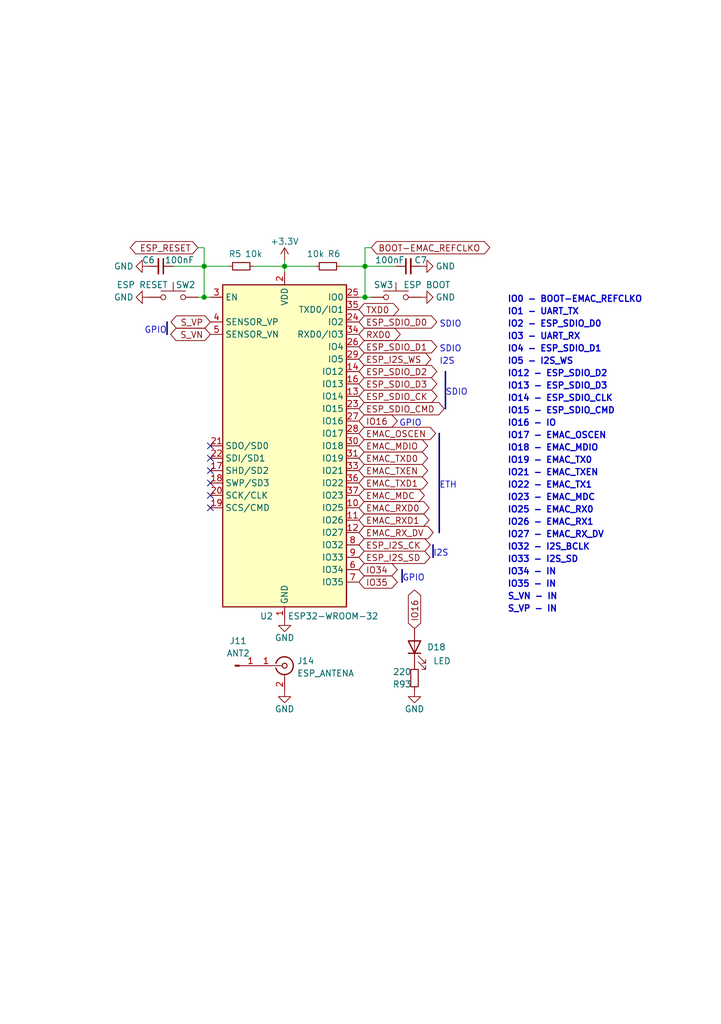
<source format=kicad_sch>
(kicad_sch (version 20211123) (generator eeschema)
  (paper "A5" portrait)
  (lib_symbols
    (symbol "Connector:Conn_01x01_Male" (pin_names (offset 1.016) hide)
      (property "Reference" "J" (at 0 2.54 0))
      (property "Value" "Conn_01x01_Male" (at 0 -2.54 0))
      (symbol "Conn_01x01_Male_1_1"
        (polyline (pts (xy 1.27 0) (xy 0.8636 0)) (stroke (width 0.1524)))
        (rectangle (start 0.8636 0.127) (end 0 -0.127) (stroke (width 0.1524)) (fill (type outline)))
        (pin passive line (at 5.08 0 180) (length 3.81) (name "Pin_1") (number "1"))
      )
    )
    (symbol "Connector:Conn_Coaxial" (pin_names (offset 1.016) hide)
      (property "Reference" "J" (at 0.254 3.048 0))
      (property "Value" "Conn_Coaxial" (at 2.921 0 90))
      (symbol "Conn_Coaxial_0_1"
        (arc (start -1.778 -0.508) (mid 0.2311 -1.8066) (end 1.778 0) (stroke (width 0.254)))
        (polyline (pts (xy -2.54 0) (xy -0.508 0)))
        (polyline (pts (xy 0 -2.54) (xy 0 -1.778)))
        (circle (center 0 0) (radius 0.508) (stroke (width 0.2032)))
        (arc (start 1.778 0) (mid 0.2099 1.8101) (end -1.778 0.508) (stroke (width 0.254)))
      )
      (symbol "Conn_Coaxial_1_1"
        (pin passive line (at -5.08 0 0) (length 2.54) (name "In") (number "1"))
        (pin passive line (at 0 -5.08 90) (length 2.54) (name "Ext") (number "2"))
      )
    )
    (symbol "Device:C_Small" (pin_numbers hide) (pin_names (offset 0.254) hide)
      (property "Reference" "C" (at 0.254 1.778 0))
      (property "Value" "C_Small" (at 0.254 -2.032 0))
      (symbol "C_Small_0_1"
        (polyline (pts (xy -1.524 -0.508) (xy 1.524 -0.508)) (stroke (width 0.3302)))
        (polyline (pts (xy -1.524 0.508) (xy 1.524 0.508)) (stroke (width 0.3048)))
      )
      (symbol "C_Small_1_1"
        (pin passive line (at 0 2.54 270) (length 2.032) (name "~") (number "1"))
        (pin passive line (at 0 -2.54 90) (length 2.032) (name "~") (number "2"))
      )
    )
    (symbol "Device:LED" (pin_numbers hide) (pin_names (offset 1.016) hide)
      (property "Reference" "D" (at 0 2.54 0))
      (property "Value" "LED" (at 0 -2.54 0))
      (symbol "LED_0_1"
        (polyline (pts (xy -1.27 -1.27) (xy -1.27 1.27)) (stroke (width 0.254)))
        (polyline (pts (xy -1.27 0) (xy 1.27 0)))
        (polyline (pts (xy 1.27 -1.27) (xy 1.27 1.27) (xy -1.27 0) (xy 1.27 -1.27)) (stroke (width 0.254)))
        (polyline (pts (xy -3.048 -0.762) (xy -4.572 -2.286) (xy -3.81 -2.286) (xy -4.572 -2.286) (xy -4.572 -1.524)))
        (polyline (pts (xy -1.778 -0.762) (xy -3.302 -2.286) (xy -2.54 -2.286) (xy -3.302 -2.286) (xy -3.302 -1.524)))
      )
      (symbol "LED_1_1"
        (pin passive line (at -3.81 0 0) (length 2.54) (name "K") (number "1"))
        (pin passive line (at 3.81 0 180) (length 2.54) (name "A") (number "2"))
      )
    )
    (symbol "Device:R_Small" (pin_numbers hide) (pin_names (offset 0.254) hide)
      (property "Reference" "R" (at 0.762 0.508 0))
      (property "Value" "R_Small" (at 0.762 -1.016 0))
      (symbol "R_Small_0_1"
        (rectangle (start -0.762 1.778) (end 0.762 -1.778) (stroke (width 0.2032)))
      )
      (symbol "R_Small_1_1"
        (pin passive line (at 0 2.54 270) (length 0.762) (name "~") (number "1"))
        (pin passive line (at 0 -2.54 90) (length 0.762) (name "~") (number "2"))
      )
    )
    (symbol "RF_Module:ESP32-WROOM-32"
      (property "Reference" "U" (at -12.7 34.29 0))
      (property "Value" "ESP32-WROOM-32" (at 1.27 34.29 0))
      (symbol "ESP32-WROOM-32_0_1"
        (rectangle (start -12.7 33.02) (end 12.7 -33.02) (stroke (width 0.254)) (fill (type background)))
      )
      (symbol "ESP32-WROOM-32_1_1"
        (pin power_in line (at 0 -35.56 90) (length 2.54) (name "GND") (number "1"))
        (pin bidirectional line (at 15.24 -12.7 180) (length 2.54) (name "IO25") (number "10"))
        (pin bidirectional line (at 15.24 -15.24 180) (length 2.54) (name "IO26") (number "11"))
        (pin bidirectional line (at 15.24 -17.78 180) (length 2.54) (name "IO27") (number "12"))
        (pin bidirectional line (at 15.24 10.16 180) (length 2.54) (name "IO14") (number "13"))
        (pin bidirectional line (at 15.24 15.24 180) (length 2.54) (name "IO12") (number "14"))
        (pin passive line (at 0 -35.56 90) (length 2.54) hide (name "GND") (number "15"))
        (pin bidirectional line (at 15.24 12.7 180) (length 2.54) (name "IO13") (number "16"))
        (pin bidirectional line (at -15.24 -5.08 0) (length 2.54) (name "SHD/SD2") (number "17"))
        (pin bidirectional line (at -15.24 -7.62 0) (length 2.54) (name "SWP/SD3") (number "18"))
        (pin bidirectional line (at -15.24 -12.7 0) (length 2.54) (name "SCS/CMD") (number "19"))
        (pin power_in line (at 0 35.56 270) (length 2.54) (name "VDD") (number "2"))
        (pin bidirectional line (at -15.24 -10.16 0) (length 2.54) (name "SCK/CLK") (number "20"))
        (pin bidirectional line (at -15.24 0 0) (length 2.54) (name "SDO/SD0") (number "21"))
        (pin bidirectional line (at -15.24 -2.54 0) (length 2.54) (name "SDI/SD1") (number "22"))
        (pin bidirectional line (at 15.24 7.62 180) (length 2.54) (name "IO15") (number "23"))
        (pin bidirectional line (at 15.24 25.4 180) (length 2.54) (name "IO2") (number "24"))
        (pin bidirectional line (at 15.24 30.48 180) (length 2.54) (name "IO0") (number "25"))
        (pin bidirectional line (at 15.24 20.32 180) (length 2.54) (name "IO4") (number "26"))
        (pin bidirectional line (at 15.24 5.08 180) (length 2.54) (name "IO16") (number "27"))
        (pin bidirectional line (at 15.24 2.54 180) (length 2.54) (name "IO17") (number "28"))
        (pin bidirectional line (at 15.24 17.78 180) (length 2.54) (name "IO5") (number "29"))
        (pin input line (at -15.24 30.48 0) (length 2.54) (name "EN") (number "3"))
        (pin bidirectional line (at 15.24 0 180) (length 2.54) (name "IO18") (number "30"))
        (pin bidirectional line (at 15.24 -2.54 180) (length 2.54) (name "IO19") (number "31"))
        (pin no_connect line (at -12.7 -27.94 0) (length 2.54) hide (name "NC") (number "32"))
        (pin bidirectional line (at 15.24 -5.08 180) (length 2.54) (name "IO21") (number "33"))
        (pin bidirectional line (at 15.24 22.86 180) (length 2.54) (name "RXD0/IO3") (number "34"))
        (pin bidirectional line (at 15.24 27.94 180) (length 2.54) (name "TXD0/IO1") (number "35"))
        (pin bidirectional line (at 15.24 -7.62 180) (length 2.54) (name "IO22") (number "36"))
        (pin bidirectional line (at 15.24 -10.16 180) (length 2.54) (name "IO23") (number "37"))
        (pin passive line (at 0 -35.56 90) (length 2.54) hide (name "GND") (number "38"))
        (pin passive line (at 0 -35.56 90) (length 2.54) hide (name "GND") (number "39"))
        (pin input line (at -15.24 25.4 0) (length 2.54) (name "SENSOR_VP") (number "4"))
        (pin input line (at -15.24 22.86 0) (length 2.54) (name "SENSOR_VN") (number "5"))
        (pin input line (at 15.24 -25.4 180) (length 2.54) (name "IO34") (number "6"))
        (pin input line (at 15.24 -27.94 180) (length 2.54) (name "IO35") (number "7"))
        (pin bidirectional line (at 15.24 -20.32 180) (length 2.54) (name "IO32") (number "8"))
        (pin bidirectional line (at 15.24 -22.86 180) (length 2.54) (name "IO33") (number "9"))
      )
    )
    (symbol "Switch:SW_Push" (pin_numbers hide) (pin_names (offset 1.016) hide)
      (property "Reference" "SW" (at 1.27 2.54 0))
      (property "Value" "SW_Push" (at 0 -1.524 0))
      (symbol "SW_Push_0_1"
        (circle (center -2.032 0) (radius 0.508))
        (polyline (pts (xy 0 1.27) (xy 0 3.048)))
        (polyline (pts (xy 2.54 1.27) (xy -2.54 1.27)))
        (circle (center 2.032 0) (radius 0.508))
        (pin passive line (at -5.08 0 0) (length 2.54) (name "1") (number "1"))
        (pin passive line (at 5.08 0 180) (length 2.54) (name "2") (number "2"))
      )
    )
    (symbol "power:+3.3V" (power) (pin_names (offset 0))
      (property "Value" "+3.3V" (at 0 3.556 0))
      (symbol "+3.3V_0_1"
        (polyline (pts (xy -0.762 1.27) (xy 0 2.54)))
        (polyline (pts (xy 0 0) (xy 0 2.54)))
        (polyline (pts (xy 0 2.54) (xy 0.762 1.27)))
      )
      (symbol "+3.3V_1_1"
        (pin power_in line (at 0 0 90) (length 0) hide (name "+3.3V") (number "1"))
      )
    )
    (symbol "power:GND" (power) (pin_names (offset 0))
      (property "Value" "GND" (at 0 -3.81 0))
      (symbol "GND_0_1"
        (polyline (pts (xy 0 0) (xy 0 -1.27) (xy 1.27 -1.27) (xy 0 -2.54) (xy -1.27 -1.27) (xy 0 -1.27)))
      )
      (symbol "GND_1_1"
        (pin power_in line (at 0 0 270) (length 0) hide (name "GND") (number "1"))
      )
    )
  )
  (junction (at 58.42 54.61))
  (junction (at 41.91 60.96))
  (junction (at 74.93 54.61))
  (junction (at 41.91 54.61))
  (junction (at 74.93 60.96))
  (no_connect (at 43.18 104.14))
  (no_connect (at 43.18 91.44))
  (no_connect (at 43.18 101.6))
  (no_connect (at 43.18 93.98))
  (no_connect (at 43.18 96.52))
  (no_connect (at 43.18 99.06))
  (bus (pts (xy 91.44 76.2) (xy 91.44 83.82)))
  (wire (pts (xy 41.91 54.61) (xy 46.99 54.61)))
  (wire (pts (xy 74.93 54.61) (xy 69.85 54.61)))
  (wire (pts (xy 76.2 60.96) (xy 74.93 60.96)))
  (wire (pts (xy 81.28 54.61) (xy 74.93 54.61)))
  (wire (pts (xy 40.64 60.96) (xy 41.91 60.96)))
  (wire (pts (xy 74.93 54.61) (xy 74.93 60.96)))
  (bus (pts (xy 90.17 88.9) (xy 90.17 109.22)))
  (wire (pts (xy 58.42 54.61) (xy 58.42 55.88)))
  (wire (pts (xy 41.91 50.8) (xy 41.91 54.61)))
  (wire (pts (xy 41.91 54.61) (xy 41.91 60.96)))
  (bus (pts (xy 82.55 116.84) (xy 82.55 119.38)))
  (wire (pts (xy 58.42 54.61) (xy 64.77 54.61)))
  (bus (pts (xy 88.9 111.76) (xy 88.9 114.3)))
  (wire (pts (xy 76.2 50.8) (xy 74.93 50.8)))
  (wire (pts (xy 41.91 60.96) (xy 43.18 60.96)))
  (wire (pts (xy 52.07 54.61) (xy 58.42 54.61)))
  (wire (pts (xy 74.93 50.8) (xy 74.93 54.61)))
  (wire (pts (xy 35.56 54.61) (xy 41.91 54.61)))
  (wire (pts (xy 58.42 53.34) (xy 58.42 54.61)))
  (wire (pts (xy 40.64 50.8) (xy 41.91 50.8)))
  (bus (pts (xy 34.29 66.04) (xy 34.29 68.58)))
  (wire (pts (xy 74.93 60.96) (xy 73.66 60.96)))
  (text "IO2 - ESP_SDIO_D0" (at 104.14 67.31 0) (effects (font (size 1.27 1.27) bold) (justify left bottom)))
  (text "S_VN - IN" (at 104.14 123.19 0) (effects (font (size 1.27 1.27) bold) (justify left bottom)))
  (text "IO12 - ESP_SDIO_D2" (at 104.14 77.47 0) (effects (font (size 1.27 1.27) bold) (justify left bottom)))
  (text "IO13 - ESP_SDIO_D3" (at 104.14 80.01 0) (effects (font (size 1.27 1.27) bold) (justify left bottom)))
  (text "IO17 - EMAC_OSCEN" (at 104.14 90.17 0) (effects (font (size 1.27 1.27) bold) (justify left bottom)))
  (text "SDIO" (at 91.44 81.28 0) (effects (font (size 1.27 1.27)) (justify left bottom)))
  (text "IO19 - EMAC_TX0" (at 104.14 95.25 0) (effects (font (size 1.27 1.27) bold) (justify left bottom)))
  (text "SDIO" (at 90.17 67.31 0) (effects (font (size 1.27 1.27)) (justify left bottom)))
  (text "IO34 - IN" (at 104.14 118.11 0) (effects (font (size 1.27 1.27) bold) (justify left bottom)))
  (text "S_VP - IN" (at 104.14 125.73 0) (effects (font (size 1.27 1.27) bold) (justify left bottom)))
  (text "IO25 - EMAC_RX0" (at 104.14 105.41 0) (effects (font (size 1.27 1.27) bold) (justify left bottom)))
  (text "IO21 - EMAC_TXEN" (at 104.14 97.79 0) (effects (font (size 1.27 1.27) bold) (justify left bottom)))
  (text "IO22 - EMAC_TX1" (at 104.14 100.33 0) (effects (font (size 1.27 1.27) bold) (justify left bottom)))
  (text "IO26 - EMAC_RX1" (at 104.14 107.95 0) (effects (font (size 1.27 1.27) bold) (justify left bottom)))
  (text "I2S" (at 90.17 74.93 0) (effects (font (size 1.27 1.27)) (justify left bottom)))
  (text "IO33 - I2S_SD" (at 104.14 115.57 0) (effects (font (size 1.27 1.27) bold) (justify left bottom)))
  (text "IO4 - ESP_SDIO_D1" (at 104.14 72.39 0) (effects (font (size 1.27 1.27) bold) (justify left bottom)))
  (text "IO3 - UART_RX" (at 104.14 69.85 0) (effects (font (size 1.27 1.27) bold) (justify left bottom)))
  (text "IO5 - I2S_WS" (at 104.14 74.93 0) (effects (font (size 1.27 1.27) bold) (justify left bottom)))
  (text "IO0 - BOOT-EMAC_REFCLKO" (at 104.14 62.23 0) (effects (font (size 1.27 1.27) bold) (justify left bottom)))
  (text "IO15 - ESP_SDIO_CMD" (at 104.14 85.09 0) (effects (font (size 1.27 1.27) bold) (justify left bottom)))
  (text "ETH" (at 90.17 100.33 0) (effects (font (size 1.27 1.27)) (justify left bottom)))
  (text "I2S" (at 88.9 114.3 0) (effects (font (size 1.27 1.27)) (justify left bottom)))
  (text "IO27 - EMAC_RX_DV" (at 104.14 110.49 0) (effects (font (size 1.27 1.27) bold) (justify left bottom)))
  (text "GPIO" (at 82.55 119.38 0) (effects (font (size 1.27 1.27)) (justify left bottom)))
  (text "SDIO" (at 90.17 72.39 0) (effects (font (size 1.27 1.27)) (justify left bottom)))
  (text "GPIO" (at 81.915 87.63 0) (effects (font (size 1.27 1.27)) (justify left bottom)))
  (text "IO1 - UART_TX" (at 104.14 64.77 0) (effects (font (size 1.27 1.27) bold) (justify left bottom)))
  (text "IO32 - I2S_BCLK" (at 104.14 113.03 0) (effects (font (size 1.27 1.27) bold) (justify left bottom)))
  (text "IO14 - ESP_SDIO_CLK" (at 104.14 82.55 0) (effects (font (size 1.27 1.27) bold) (justify left bottom)))
  (text "IO16 - IO" (at 104.14 87.63 0) (effects (font (size 1.27 1.27) bold) (justify left bottom)))
  (text "IO35 - IN" (at 104.14 120.65 0) (effects (font (size 1.27 1.27) bold) (justify left bottom)))
  (text "IO18 - EMAC_MDIO" (at 104.14 92.71 0) (effects (font (size 1.27 1.27) bold) (justify left bottom)))
  (text "GPIO" (at 34.29 68.58 180) (effects (font (size 1.27 1.27)) (justify right bottom)))
  (text "IO23 - EMAC_MDC" (at 104.14 102.87 0) (effects (font (size 1.27 1.27) bold) (justify left bottom)))
  (global_label "S_VP" (shape bidirectional) (at 43.18 66.04 180) (property "Intersheet References" "${INTERSHEET_REFS}" (effects hide)))
  (global_label "EMAC_MDIO" (shape bidirectional) (at 73.66 91.44 0) (property "Intersheet References" "${INTERSHEET_REFS}" (effects hide)))
  (global_label "TXD0" (shape bidirectional) (at 73.66 63.5 0) (property "Intersheet References" "${INTERSHEET_REFS}" (effects hide)))
  (global_label "BOOT-EMAC_REFCLKO" (shape bidirectional) (at 76.2 50.8 0) (property "Intersheet References" "${INTERSHEET_REFS}" (effects hide)))
  (global_label "ESP_SDIO_CK" (shape bidirectional) (at 73.66 81.28 0) (property "Intersheet References" "${INTERSHEET_REFS}" (effects hide)))
  (global_label "ESP_SDIO_D2" (shape bidirectional) (at 73.66 76.2 0) (property "Intersheet References" "${INTERSHEET_REFS}" (effects hide)))
  (global_label "IO16" (shape bidirectional) (at 73.66 86.36 0) (property "Intersheet References" "${INTERSHEET_REFS}" (effects hide)))
  (global_label "IO34" (shape bidirectional) (at 73.66 116.84 0) (property "Intersheet References" "${INTERSHEET_REFS}" (effects hide)))
  (global_label "EMAC_TXEN" (shape bidirectional) (at 73.66 96.52 0) (property "Intersheet References" "${INTERSHEET_REFS}" (effects hide)))
  (global_label "EMAC_RXD0" (shape bidirectional) (at 73.66 104.14 0) (property "Intersheet References" "${INTERSHEET_REFS}" (effects hide)))
  (global_label "ESP_SDIO_D3" (shape bidirectional) (at 73.66 78.74 0) (property "Intersheet References" "${INTERSHEET_REFS}" (effects hide)))
  (global_label "ESP_SDIO_D0" (shape bidirectional) (at 73.66 66.04 0) (property "Intersheet References" "${INTERSHEET_REFS}" (effects hide)))
  (global_label "IO16" (shape bidirectional) (at 85.09 128.905 90) (property "Intersheet References" "${INTERSHEET_REFS}" (effects hide)))
  (global_label "EMAC_MDC" (shape bidirectional) (at 73.66 101.6 0) (property "Intersheet References" "${INTERSHEET_REFS}" (effects hide)))
  (global_label "RXD0" (shape bidirectional) (at 73.66 68.58 0) (property "Intersheet References" "${INTERSHEET_REFS}" (effects hide)))
  (global_label "ESP_I2S_CK" (shape bidirectional) (at 73.66 111.76 0) (property "Intersheet References" "${INTERSHEET_REFS}" (effects hide)))
  (global_label "EMAC_RXD1" (shape bidirectional) (at 73.66 106.68 0) (property "Intersheet References" "${INTERSHEET_REFS}" (effects hide)))
  (global_label "ESP_SDIO_D1" (shape bidirectional) (at 73.66 71.12 0) (property "Intersheet References" "${INTERSHEET_REFS}" (effects hide)))
  (global_label "EMAC_TXD0" (shape bidirectional) (at 73.66 93.98 0) (property "Intersheet References" "${INTERSHEET_REFS}" (effects hide)))
  (global_label "ESP_I2S_SD" (shape bidirectional) (at 73.66 114.3 0) (property "Intersheet References" "${INTERSHEET_REFS}" (effects hide)))
  (global_label "ESP_I2S_WS" (shape bidirectional) (at 73.66 73.66 0) (property "Intersheet References" "${INTERSHEET_REFS}" (effects hide)))
  (global_label "EMAC_OSCEN" (shape bidirectional) (at 73.66 88.9 0) (property "Intersheet References" "${INTERSHEET_REFS}" (effects hide)))
  (global_label "EMAC_RX_DV" (shape bidirectional) (at 73.66 109.22 0) (property "Intersheet References" "${INTERSHEET_REFS}" (effects hide)))
  (global_label "IO35" (shape bidirectional) (at 73.66 119.38 0) (property "Intersheet References" "${INTERSHEET_REFS}" (effects hide)))
  (global_label "EMAC_TXD1" (shape bidirectional) (at 73.66 99.06 0) (property "Intersheet References" "${INTERSHEET_REFS}" (effects hide)))
  (global_label "ESP_SDIO_CMD" (shape bidirectional) (at 73.66 83.82 0) (property "Intersheet References" "${INTERSHEET_REFS}" (effects hide)))
  (global_label "ESP_RESET" (shape bidirectional) (at 40.64 50.8 180) (property "Intersheet References" "${INTERSHEET_REFS}" (effects hide)))
  (global_label "S_VN" (shape bidirectional) (at 43.18 68.58 180) (property "Intersheet References" "${INTERSHEET_REFS}" (effects hide)))
  (symbol (lib_id "power:GND") (at 86.36 54.61 90) (mirror x) (unit 1)
    (property "Reference" "#PWR015" (effects hide))
    (property "Value" "GND" (at 91.44 54.61 90))
  )
  (symbol (lib_id "RF_Module:ESP32-WROOM-32") (at 58.42 91.44 0) (unit 1)
    (property "Reference" "U2" (at 53.34 126.365 0) (effects (justify left)))
    (property "Value" "ESP32-WROOM-32" (at 59.055 126.365 0) (effects (justify left)))
    (property "Footprint" "RF_Module:ESP32-WROOM-32" (effects hide))
    (property "Datasheet" "https://www.espressif.com/sites/default/files/documentation/esp32-wroom-32_datasheet_en.pdf" (effects hide))
  )
  (symbol (lib_id "Device:R_Small") (at 67.31 54.61 270) (mirror x) (unit 1)
    (property "Reference" "R6" (at 68.58 52.07 90))
    (property "Value" "10k" (at 64.77 52.07 90))
    (property "Footprint" "Resistor_SMD:R_0603_1608Metric" (effects hide))
  )
  (symbol (lib_id "power:GND") (at 58.42 127 0) (unit 1)
    (property "Reference" "#PWR014" (effects hide))
    (property "Value" "GND" (at 58.42 130.81 0))
  )
  (symbol (lib_id "Device:LED") (at 85.09 132.715 90) (unit 1)
    (property "Reference" "D18" (at 87.63 132.715 90) (effects (justify right)))
    (property "Value" "LED" (at 88.9 135.5724 90) (effects (justify right)))
    (property "Footprint" "LED_SMD:LED_0603_1608Metric" (effects hide))
  )
  (symbol (lib_id "power:GND") (at 30.48 60.96 270) (unit 1)
    (property "Reference" "#PWR012" (effects hide))
    (property "Value" "GND" (at 25.4 60.96 90))
  )
  (symbol (lib_id "power:GND") (at 30.48 54.61 270) (unit 1)
    (property "Reference" "#PWR011" (effects hide))
    (property "Value" "GND" (at 25.4 54.61 90))
  )
  (symbol (lib_id "Device:R_Small") (at 49.53 54.61 90) (unit 1)
    (property "Reference" "R5" (at 48.26 52.07 90))
    (property "Value" "10k" (at 52.07 52.07 90))
    (property "Footprint" "Resistor_SMD:R_0603_1608Metric" (effects hide))
  )
  (symbol (lib_id "Connector:Conn_Coaxial") (at 58.42 136.525 0) (unit 1)
    (property "Reference" "J14" (at 60.96 135.5481 0) (effects (justify left)))
    (property "Value" "ESP_ANTENA" (at 60.96 138.0881 0) (effects (justify left)))
    (property "Footprint" "Connector_Coaxial:SMA_Amphenol_901-143_Horizontal" (effects hide))
    (property "Datasheet" " ~" (effects hide))
  )
  (symbol (lib_id "Device:R_Small") (at 85.09 139.065 180) (unit 1)
    (property "Reference" "R93" (at 82.55 140.335 0))
    (property "Value" "220" (at 82.55 137.795 0))
    (property "Footprint" "Resistor_SMD:R_0603_1608Metric" (effects hide))
  )
  (symbol (lib_id "Switch:SW_Push") (at 35.56 60.96 0) (unit 1)
    (property "Reference" "SW2" (at 38.1 58.42 0))
    (property "Value" "ESP RESET" (at 29.21 58.42 0))
    (property "Footprint" "Button_SMD_Horizontal:Push_Button_3x6x3.5mm" (effects hide))
  )
  (symbol (lib_id "power:GND") (at 58.42 141.605 0) (unit 1)
    (property "Reference" "#PWR0150" (effects hide))
    (property "Value" "GND" (at 58.42 145.415 0))
  )
  (symbol (lib_id "Device:C_Small") (at 83.82 54.61 90) (unit 1)
    (property "Reference" "C7" (at 86.36 53.34 90))
    (property "Value" "100nF" (at 80.01 53.34 90))
    (property "Footprint" "Capacitor_SMD:C_0603_1608Metric" (effects hide))
  )
  (symbol (lib_id "Device:C_Small") (at 33.02 54.61 270) (mirror x) (unit 1)
    (property "Reference" "C6" (at 30.48 53.34 90))
    (property "Value" "100nF" (at 36.83 53.34 90))
    (property "Footprint" "Capacitor_SMD:C_0603_1608Metric" (effects hide))
  )
  (symbol (lib_id "Switch:SW_Push") (at 81.28 60.96 0) (mirror y) (unit 1)
    (property "Reference" "SW3" (at 78.74 58.42 0))
    (property "Value" "ESP BOOT" (at 87.63 58.42 0))
    (property "Footprint" "Button_Switch_SMD:SW_SPST_CK_RS282G05A3" (effects hide))
  )
  (symbol (lib_id "power:GND") (at 85.09 141.605 0) (unit 1)
    (property "Reference" "#PWR0161" (effects hide))
    (property "Value" "GND" (at 85.09 145.415 0))
  )
  (symbol (lib_id "power:GND") (at 86.36 60.96 90) (mirror x) (unit 1)
    (property "Reference" "#PWR016" (effects hide))
    (property "Value" "GND" (at 91.44 60.96 90))
  )
  (symbol (lib_id "Connector:Conn_01x01_Male") (at 48.26 136.525 0) (unit 1)
    (property "Reference" "J11" (at 48.895 131.445 0))
    (property "Value" "ANT2" (at 48.895 133.985 0))
    (property "Footprint" "Connector_PinHeader_2.54mm:PinHeader_1x01_P2.54mm_Vertical" (effects hide))
  )
  (symbol (lib_id "power:+3.3V") (at 58.42 53.34 0) (unit 1)
    (property "Reference" "#PWR013" (effects hide))
    (property "Value" "+3.3V" (at 58.42 49.53 0))
  )
)
</source>
